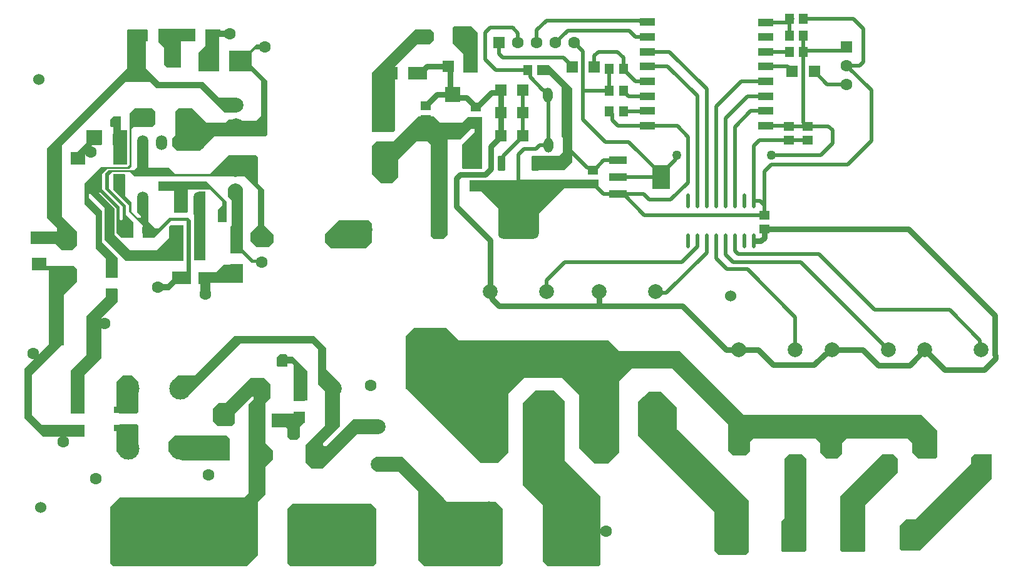
<source format=gbl>
G04*
G04 #@! TF.GenerationSoftware,Altium Limited,Altium Designer,24.1.2 (44)*
G04*
G04 Layer_Physical_Order=2*
G04 Layer_Color=16711680*
%FSLAX25Y25*%
%MOIN*%
G70*
G04*
G04 #@! TF.SameCoordinates,A00A13EA-C99A-4939-B284-DF639B961888*
G04*
G04*
G04 #@! TF.FilePolarity,Positive*
G04*
G01*
G75*
G04:AMPARAMS|DCode=10|XSize=39.37mil|YSize=78.74mil|CornerRadius=4.92mil|HoleSize=0mil|Usage=FLASHONLY|Rotation=0.000|XOffset=0mil|YOffset=0mil|HoleType=Round|Shape=RoundedRectangle|*
%AMROUNDEDRECTD10*
21,1,0.03937,0.06890,0,0,0.0*
21,1,0.02953,0.07874,0,0,0.0*
1,1,0.00984,0.01476,-0.03445*
1,1,0.00984,-0.01476,-0.03445*
1,1,0.00984,-0.01476,0.03445*
1,1,0.00984,0.01476,0.03445*
%
%ADD10ROUNDEDRECTD10*%
G04:AMPARAMS|DCode=11|XSize=216.54mil|YSize=224.41mil|CornerRadius=27.07mil|HoleSize=0mil|Usage=FLASHONLY|Rotation=0.000|XOffset=0mil|YOffset=0mil|HoleType=Round|Shape=RoundedRectangle|*
%AMROUNDEDRECTD11*
21,1,0.21654,0.17028,0,0,0.0*
21,1,0.16240,0.22441,0,0,0.0*
1,1,0.05413,0.08120,-0.08514*
1,1,0.05413,-0.08120,-0.08514*
1,1,0.05413,-0.08120,0.08514*
1,1,0.05413,0.08120,0.08514*
%
%ADD11ROUNDEDRECTD11*%
%ADD12R,0.09843X0.06693*%
G04:AMPARAMS|DCode=13|XSize=75.2mil|YSize=35.83mil|CornerRadius=4.12mil|HoleSize=0mil|Usage=FLASHONLY|Rotation=0.000|XOffset=0mil|YOffset=0mil|HoleType=Round|Shape=RoundedRectangle|*
%AMROUNDEDRECTD13*
21,1,0.07520,0.02759,0,0,0.0*
21,1,0.06696,0.03583,0,0,0.0*
1,1,0.00824,0.03348,-0.01379*
1,1,0.00824,-0.03348,-0.01379*
1,1,0.00824,-0.03348,0.01379*
1,1,0.00824,0.03348,0.01379*
%
%ADD13ROUNDEDRECTD13*%
%ADD14R,0.05906X0.06299*%
%ADD15R,0.09449X0.03937*%
%ADD16R,0.09449X0.12992*%
%ADD17R,0.07874X0.03937*%
%ADD18R,0.04724X0.05512*%
%ADD19R,0.05512X0.04724*%
%ADD20O,0.02165X0.07874*%
%ADD21R,0.06693X0.09843*%
%ADD22R,0.06299X0.05906*%
%ADD23C,0.01968*%
%ADD24C,0.03150*%
%ADD25O,0.05118X0.07874*%
%ADD26R,0.05118X0.07874*%
%ADD27O,0.05906X0.07874*%
%ADD28C,0.08268*%
%ADD29R,0.08268X0.08268*%
%ADD30C,0.05906*%
%ADD31C,0.11811*%
%ADD32O,0.12000X0.10000*%
%ADD33C,0.07874*%
%ADD34O,0.09843X0.07874*%
%ADD35C,0.06299*%
%ADD36R,0.06299X0.06299*%
%ADD37R,0.06299X0.06299*%
%ADD38O,0.13780X0.13780*%
%ADD39R,0.07874X0.07874*%
%ADD40C,0.06000*%
%ADD41C,0.05000*%
G36*
X100962Y280548D02*
X93500D01*
Y266452D01*
X86037D01*
X84379Y268110D01*
Y277231D01*
X81453Y280158D01*
Y287181D01*
X89354Y287181D01*
X100962D01*
Y280548D01*
D02*
G37*
G36*
X114425Y286063D02*
X119400D01*
Y282746D01*
X113596D01*
Y264504D01*
X102817D01*
Y274454D01*
X106453Y278090D01*
Y286650D01*
X114425D01*
Y286063D01*
D02*
G37*
G36*
X251238Y285233D02*
Y263675D01*
X243775D01*
Y273625D01*
X237971Y279429D01*
Y287721D01*
X238800Y288550D01*
X247921D01*
X251238Y285233D01*
D02*
G37*
G36*
X75454Y280258D02*
X74625D01*
Y266163D01*
X82087Y258700D01*
X105304D01*
X113594Y250410D01*
X122555D01*
Y242535D01*
X116646D01*
X103798Y255383D01*
X80429Y255383D01*
X77113Y258700D01*
X63846Y258700D01*
X30134Y224988D01*
Y207134D01*
Y187108D01*
X38142Y179100D01*
Y171638D01*
X35673Y169169D01*
X29831D01*
X26533Y172467D01*
X13267D01*
X13267Y179100D01*
X27362D01*
Y180758D01*
X21866Y186255D01*
X21866Y223252D01*
X64675Y266061D01*
Y286274D01*
X65293Y286892D01*
X75454D01*
Y280258D01*
D02*
G37*
G36*
X135154Y276113D02*
X132667D01*
X131008Y274454D01*
Y267821D01*
X139300Y259529D01*
Y230508D01*
X138471Y229679D01*
X111108D01*
X103650Y222220D01*
X91205D01*
X88721Y224704D01*
X88721Y228850D01*
X90379Y230508D01*
Y242946D01*
X92037Y244604D01*
X99500D01*
X106963Y237142D01*
X116913D01*
X118571Y238800D01*
X125204D01*
X126033Y237971D01*
X133496D01*
X135983Y240458D01*
Y259529D01*
X131008Y264504D01*
X118953D01*
Y275283D01*
X130179D01*
X133496Y278600D01*
X135154D01*
Y276113D01*
D02*
G37*
G36*
X228021Y285176D02*
Y281088D01*
X225533Y278600D01*
X218900D01*
X207292Y266992D01*
Y232996D01*
X206463Y232167D01*
X194854D01*
Y263675D01*
X218071Y286892D01*
X226305D01*
X228021Y285176D01*
D02*
G37*
G36*
X61358Y238800D02*
X61358Y234654D01*
X61358Y232996D01*
X64675D01*
Y214754D01*
X57213D01*
Y234654D01*
X56383D01*
X55554Y235483D01*
Y238800D01*
X57213Y240458D01*
X61358D01*
Y238800D01*
D02*
G37*
G36*
X51408Y225533D02*
X46553D01*
X42287Y221268D01*
Y214754D01*
X34825D01*
Y221388D01*
X38142D01*
X43117Y226363D01*
Y232996D01*
X51408D01*
Y225533D01*
D02*
G37*
G36*
X79600Y242946D02*
Y236165D01*
X78089Y234654D01*
X68154D01*
X67163Y233663D01*
Y213725D01*
X65937Y212500D01*
X54129Y212500D01*
X51408Y209779D01*
X51408Y201488D01*
X60529Y192367D01*
X60527Y192365D01*
Y185736D01*
X61358Y184904D01*
X62187Y185733D01*
Y192367D01*
X53000Y201554D01*
Y210000D01*
X54681Y211681D01*
X68235D01*
X70047Y213493D01*
Y226500D01*
X75953D01*
Y213085D01*
X86995D01*
X90301Y209779D01*
X108621D01*
X118602Y219760D01*
X133465D01*
X134325Y218900D01*
Y204804D01*
X137642Y201488D01*
Y182417D01*
X142617Y177442D01*
Y173296D01*
X140129Y170808D01*
X133496D01*
X130179Y174125D01*
Y178271D01*
X134325Y182417D01*
Y201488D01*
X127452Y208361D01*
X68581D01*
X66048Y210894D01*
X56669D01*
X55000Y209225D01*
Y202042D01*
X63846Y193196D01*
Y187913D01*
X68154Y183604D01*
Y175783D01*
X61358D01*
X58871Y178271D01*
X58871Y191538D01*
X50579Y199829D01*
X49750D01*
X58042Y191538D01*
Y177442D01*
X66483Y169000D01*
X80279D01*
X87063Y175783D01*
Y181588D01*
X87892Y182417D01*
X94547D01*
Y163346D01*
X63846D01*
X52618Y174574D01*
X52618Y191588D01*
X45234Y198973D01*
X44252D01*
Y197016D01*
X51410Y189858D01*
Y173295D01*
X59700Y165004D01*
Y154453D01*
X53350D01*
Y164787D01*
X48063Y170075D01*
Y187420D01*
X41866Y193617D01*
Y204712D01*
X50657Y213504D01*
X64709Y213437D01*
X65937Y214665D01*
X65942Y241725D01*
X68821Y244604D01*
X77942D01*
X79600Y242946D01*
D02*
G37*
G36*
X231338Y237142D02*
X242946D01*
X245944Y240139D01*
X253725D01*
Y212267D01*
X243775D01*
X242945Y213097D01*
Y225532D01*
X249579Y232167D01*
Y233825D01*
X247921D01*
X242117Y228021D01*
X235483D01*
Y177442D01*
X232996Y174954D01*
X228021D01*
X226363Y176613D01*
X226363Y225533D01*
X224704Y227192D01*
X218900D01*
X208950Y217242D01*
Y208121D01*
X205631Y204802D01*
X199831D01*
X194856Y209778D01*
Y224706D01*
X197342Y227192D01*
X206463D01*
X219729Y240458D01*
X228021D01*
X231338Y237142D01*
D02*
G37*
G36*
X301262Y255822D02*
X301656Y255428D01*
Y221274D01*
Y216026D01*
X297244Y211614D01*
X282126D01*
Y219488D01*
X294751D01*
X296537Y221274D01*
Y229148D01*
X296144Y229542D01*
Y255822D01*
X289662Y262303D01*
X283071D01*
Y267815D01*
X289268D01*
X301262Y255822D01*
D02*
G37*
G36*
X315565Y201951D02*
X297325D01*
X283957Y188583D01*
Y177903D01*
X273278D01*
X273277Y177903D01*
X262303Y177903D01*
Y191394D01*
X253150Y200547D01*
X246850D01*
Y206453D01*
X272435D01*
X272569Y206318D01*
X272926Y206676D01*
X315565D01*
Y201951D01*
D02*
G37*
G36*
X117605Y194991D02*
Y184005D01*
X112880D01*
Y190822D01*
X115254Y193196D01*
Y195156D01*
X108932Y201479D01*
X96980Y201479D01*
X96980Y189847D01*
X96183Y189050D01*
X89550D01*
Y200880D01*
X81484D01*
Y205605D01*
X106991D01*
X117605Y194991D01*
D02*
G37*
G36*
X194854Y183246D02*
Y173296D01*
X191538Y169979D01*
X173296D01*
X169979Y173296D01*
Y177442D01*
X177455Y184917D01*
X193183D01*
X194854Y183246D01*
D02*
G37*
G36*
X106358Y163850D02*
X100453D01*
Y188097D01*
X100047Y188503D01*
Y197484D01*
X103000Y200437D01*
X106358D01*
Y163850D01*
D02*
G37*
G36*
X126197Y202237D02*
Y169816D01*
X131838Y164175D01*
X134899D01*
X135169Y164445D01*
X136449Y163165D01*
Y162870D01*
X136095Y162517D01*
X131008D01*
X126033Y167492D01*
X119653D01*
Y181841D01*
X120361Y182548D01*
Y195552D01*
X118323Y197590D01*
Y202237D01*
X120629Y204543D01*
X123891D01*
X126197Y202237D01*
D02*
G37*
G36*
X63650Y197992D02*
X67163Y194479D01*
Y189879D01*
X70479Y186563D01*
X72137Y186563D01*
X72137Y187392D01*
X70047Y189482D01*
Y196500D01*
X75953Y196500D01*
Y184374D01*
X79568Y180758D01*
X81258D01*
X87063Y186563D01*
X97126D01*
X98583Y185106D01*
Y150908D01*
X90379D01*
X87063Y147592D01*
X82917D01*
Y150908D01*
X85908D01*
X88721Y153721D01*
Y157650D01*
X96417D01*
Y184904D01*
X87892D01*
X78880Y175893D01*
X72941D01*
Y182442D01*
X65504Y189879D01*
X65504Y193196D01*
X57350Y201350D01*
Y209547D01*
X63650D01*
Y197992D01*
D02*
G37*
G36*
X126347Y151705D02*
X108953D01*
Y145843D01*
X103646D01*
Y150908D01*
X102817D01*
Y157542D01*
X111938D01*
X115943Y161547D01*
X126347D01*
Y151705D01*
D02*
G37*
G36*
X150079Y112767D02*
Y112352D01*
X152981D01*
X160547Y104786D01*
Y88953D01*
X153396D01*
Y107792D01*
X152567Y108621D01*
X150079D01*
Y106963D01*
X145104D01*
X144275Y107792D01*
Y111938D01*
X145933Y113596D01*
X149250D01*
X150079Y112767D01*
D02*
G37*
G36*
X70703Y98946D02*
Y83140D01*
X69650Y82087D01*
X60529D01*
X58892Y83725D01*
Y98946D01*
X62351Y102406D01*
X67244D01*
X70703Y98946D01*
D02*
G37*
G36*
X59700Y141788D02*
X51134Y133221D01*
Y111906D01*
X42130Y102902D01*
Y82087D01*
X34610D01*
Y105028D01*
X42933Y113350D01*
Y134142D01*
X53350Y144559D01*
Y148421D01*
X59700D01*
Y141788D01*
D02*
G37*
G36*
X21558Y160858D02*
X36483D01*
X38122Y159220D01*
X38122Y152547D01*
X31134Y145559D01*
Y119855D01*
X14096Y102817D01*
Y81258D01*
X19272Y76083D01*
X42130D01*
Y69650D01*
X19900D01*
X9972Y79578D01*
Y106156D01*
X13267Y109450D01*
X22866Y119050D01*
Y158371D01*
X14096D01*
Y165004D01*
X21558D01*
Y160858D01*
D02*
G37*
G36*
X159200Y77700D02*
X156713Y75213D01*
Y69650D01*
X155054Y67992D01*
X151738D01*
X150079Y69650D01*
Y73796D01*
X149250Y74625D01*
X141788D01*
Y82087D01*
X159200D01*
Y77700D01*
D02*
G37*
G36*
X70703Y75797D02*
Y62054D01*
X67244Y58595D01*
X62351D01*
X58871Y62075D01*
Y74625D01*
X60529Y76283D01*
X69650D01*
X70703Y75797D01*
D02*
G37*
G36*
X241288Y121058D02*
X320888D01*
X326692Y115254D01*
X359029D01*
X393025Y81258D01*
X487550D01*
X495842Y72967D01*
Y58871D01*
X495013Y58042D01*
X485892D01*
X482575Y61358D01*
Y66333D01*
X480088Y68821D01*
X447750D01*
X446092Y67163D01*
X445263Y66333D01*
Y60529D01*
X442775Y58042D01*
X436971D01*
X433654Y61358D01*
X433654Y66333D01*
X431167Y68821D01*
X398000Y68821D01*
X396342Y67163D01*
Y62187D01*
X393854Y59700D01*
X387221D01*
X384734Y62187D01*
Y76283D01*
X354884Y106133D01*
X333325D01*
X326692Y99500D01*
X326705Y99487D01*
Y61371D01*
X320888Y55554D01*
X313425D01*
X305346Y63633D01*
Y92102D01*
X296290Y101158D01*
X276113D01*
X267821Y92867D01*
Y61358D01*
X262049Y55587D01*
X252864D01*
X213096Y95354D01*
Y123546D01*
X217242Y127692D01*
X234654D01*
X241288Y121058D01*
D02*
G37*
G36*
X119437Y68784D02*
Y57063D01*
X94032Y57063D01*
X92500Y58595D01*
X90054D01*
X86594Y62054D01*
Y66946D01*
X90054Y70406D01*
X117815D01*
X119437Y68784D01*
D02*
G37*
G36*
X170808Y116913D02*
Y105700D01*
X178118Y98390D01*
Y75302D01*
X169150Y66334D01*
Y65031D01*
X169547Y64634D01*
X170767D01*
X185070Y78937D01*
X198500D01*
Y71063D01*
X187146D01*
X168821Y52737D01*
X163068Y52737D01*
X159609Y56197D01*
Y65202D01*
X169979Y75573D01*
Y94028D01*
X166453Y97555D01*
Y116293D01*
X163246Y119500D01*
X125352D01*
X96446Y90595D01*
X90054D01*
X90054Y100723D01*
X91736Y102406D01*
X100747D01*
X121888Y123546D01*
X164175D01*
X170808Y116913D01*
D02*
G37*
G36*
X140958Y97842D02*
Y90379D01*
X138471Y87892D01*
Y66381D01*
X142405Y62446D01*
Y57554D01*
X138471Y53619D01*
Y38971D01*
X134325Y34825D01*
Y6633D01*
X128521Y829D01*
X57213D01*
X55554Y2488D01*
Y32337D01*
X60529Y37312D01*
X126863Y37312D01*
X129350Y39800D01*
Y87063D01*
X131838Y89550D01*
Y91208D01*
X131008D01*
X121888Y82087D01*
Y80612D01*
Y77113D01*
X120229Y75454D01*
X112767D01*
X110279Y77942D01*
Y84575D01*
X113596Y87892D01*
X116913D01*
X130179Y101158D01*
X137642D01*
X140958Y97842D01*
D02*
G37*
G36*
X524863Y47262D02*
X486721Y9121D01*
X476771D01*
X475942Y9950D01*
Y22388D01*
X479258Y25704D01*
X484234D01*
X514084Y55554D01*
Y58871D01*
X514084D01*
X515742Y60529D01*
X524863D01*
Y47262D01*
D02*
G37*
G36*
X475113Y58042D02*
Y50579D01*
X457700Y33167D01*
Y9121D01*
X456871Y8292D01*
X445263D01*
X444433Y9121D01*
Y38142D01*
X466821Y60529D01*
X472625D01*
X475113Y58042D01*
D02*
G37*
G36*
X426192D02*
Y9121D01*
X425363Y8292D01*
X413754D01*
X412925Y9121D01*
Y24583D01*
X414894Y26551D01*
X414583Y26861D01*
Y58042D01*
X417071Y60529D01*
X423704D01*
X426192Y58042D01*
D02*
G37*
G36*
X357371Y85404D02*
Y73796D01*
X395513Y35654D01*
Y8292D01*
X393854Y6633D01*
X379759D01*
X377271Y9121D01*
Y29850D01*
X336642Y70479D01*
Y88410D01*
X342683Y93696D01*
X349079Y93696D01*
X357371Y85404D01*
D02*
G37*
G36*
X297671Y88721D02*
X297671Y57213D01*
X316742Y38142D01*
Y1658D01*
X315913Y829D01*
X288550D01*
X286063Y3317D01*
Y33167D01*
X275283Y43946D01*
Y87892D01*
X281917Y94525D01*
X291867D01*
X297671Y88721D01*
D02*
G37*
G36*
X233825Y36483D02*
X235127Y35181D01*
X260831D01*
X264504Y31508D01*
Y2488D01*
X262846Y829D01*
X223046D01*
X219729Y4146D01*
Y40629D01*
X209295Y51063D01*
X197000D01*
Y58937D01*
X211371D01*
X233825Y36483D01*
D02*
G37*
G36*
X197302Y31446D02*
Y2425D01*
X195644Y766D01*
X151698D01*
X150040Y2425D01*
Y31446D01*
X152527Y33933D01*
X194815D01*
X197302Y31446D01*
D02*
G37*
D10*
X264134Y215551D02*
D03*
X282126Y215551D02*
D03*
D11*
X273130Y186417D02*
D03*
D12*
X203626Y263500D02*
D03*
X219374D02*
D03*
X108126Y270000D02*
D03*
X123874D02*
D03*
D13*
X61205Y74291D02*
D03*
Y83937D02*
D03*
X38370D02*
D03*
Y74291D02*
D03*
D14*
X301575Y266831D02*
D03*
X313386D02*
D03*
X430610Y264469D02*
D03*
X418799D02*
D03*
X145905Y78500D02*
D03*
X134095D02*
D03*
X103405Y167000D02*
D03*
X91594D02*
D03*
X103405Y178500D02*
D03*
X91594D02*
D03*
X38906Y218500D02*
D03*
X27095D02*
D03*
X59905Y228000D02*
D03*
X48094D02*
D03*
X106000Y154500D02*
D03*
X94189D02*
D03*
X169405Y101000D02*
D03*
X157595D02*
D03*
X72594Y283500D02*
D03*
X84405D02*
D03*
X97594D02*
D03*
X109406D02*
D03*
X247406Y267000D02*
D03*
X235595D02*
D03*
X275406Y230000D02*
D03*
X263595D02*
D03*
X275406Y242250D02*
D03*
X263595D02*
D03*
X275406Y254500D02*
D03*
X263595D02*
D03*
D15*
X326083Y198917D02*
D03*
Y207972D02*
D03*
Y217028D02*
D03*
D16*
X348917Y207972D02*
D03*
D17*
X404675Y243363D02*
D03*
Y251198D02*
D03*
Y259111D02*
D03*
Y267143D02*
D03*
Y274899D02*
D03*
Y282773D02*
D03*
Y290529D02*
D03*
X341683Y290647D02*
D03*
Y282851D02*
D03*
Y274899D02*
D03*
Y267103D02*
D03*
Y258993D02*
D03*
Y251040D02*
D03*
Y243324D02*
D03*
Y235292D02*
D03*
X404675Y235450D02*
D03*
D18*
X417306Y283324D02*
D03*
X424786D02*
D03*
X417316Y292309D02*
D03*
X424796D02*
D03*
X417217Y274859D02*
D03*
X424698D02*
D03*
X328954Y254078D02*
D03*
X321474D02*
D03*
X328954Y243153D02*
D03*
X321474D02*
D03*
X328954Y265791D02*
D03*
X321474D02*
D03*
X122723Y186761D02*
D03*
X115243D02*
D03*
X285433Y265059D02*
D03*
X277953D02*
D03*
D19*
X416844Y227739D02*
D03*
Y235219D02*
D03*
X427080Y227640D02*
D03*
Y235121D02*
D03*
X312809Y204313D02*
D03*
Y211794D02*
D03*
X84239Y203242D02*
D03*
Y210723D02*
D03*
X403924Y180332D02*
D03*
Y187813D02*
D03*
X250487Y245257D02*
D03*
Y237777D02*
D03*
X223739Y246223D02*
D03*
Y238742D02*
D03*
D20*
X363307Y195276D02*
D03*
X368307D02*
D03*
X373307D02*
D03*
X378307D02*
D03*
X383307D02*
D03*
X388307D02*
D03*
X393307D02*
D03*
X398307D02*
D03*
X363307Y174016D02*
D03*
X368307D02*
D03*
X373307D02*
D03*
X378307D02*
D03*
X383307D02*
D03*
X388307D02*
D03*
X393307D02*
D03*
X398307D02*
D03*
D21*
X123000Y172374D02*
D03*
Y156626D02*
D03*
D22*
X56500Y157405D02*
D03*
Y145595D02*
D03*
X156500Y91905D02*
D03*
Y80094D02*
D03*
X60500Y206594D02*
D03*
Y218406D02*
D03*
X250000Y203500D02*
D03*
Y215311D02*
D03*
D23*
X404035Y187924D02*
Y211052D01*
X297210Y253378D02*
Y256629D01*
Y253378D02*
X298900Y251688D01*
X286811Y263287D02*
X290551D01*
X297210Y256629D01*
X282776Y279724D02*
Y286319D01*
X287894Y291437D02*
X337476D01*
X282776Y286319D02*
X287894Y291437D01*
X337872Y291040D02*
X341289D01*
X341683Y290647D01*
X337476Y291437D02*
X337872Y291040D01*
X424796Y292309D02*
X451194D01*
X456533Y269451D02*
Y286971D01*
X451194Y292309D02*
X456533Y286971D01*
X307480Y238878D02*
Y254528D01*
Y238878D02*
X319488Y226870D01*
X331791D02*
X348917Y209744D01*
X319488Y226870D02*
X331791D01*
X424742Y274903D02*
X425091Y275253D01*
X424742Y274903D02*
Y283279D01*
X424786Y283324D01*
X424698Y274859D02*
X424742Y274903D01*
X415929Y290529D02*
X417311Y291911D01*
Y292304D01*
Y283329D02*
Y291911D01*
Y292304D02*
X417316Y292309D01*
X417306Y283324D02*
X417311Y283329D01*
X404675Y290529D02*
X415929D01*
X417266Y283284D02*
X417306Y283324D01*
X418880Y292309D02*
X418885Y292315D01*
X346000Y147000D02*
X346677Y146323D01*
X351737D01*
X373307Y167894D01*
X328839Y198917D02*
X339764D01*
X326083D02*
X328839D01*
X357523Y235292D02*
X363287Y229528D01*
X341683Y235292D02*
X357523D01*
X363287Y205217D02*
Y229528D01*
X354035Y195965D02*
X363287Y205217D01*
X342717Y195965D02*
X354035D01*
X339764Y198917D02*
X342717Y195965D01*
X265118Y216535D02*
Y219516D01*
X275406Y229803D02*
Y230000D01*
X265118Y219516D02*
X275406Y229803D01*
X264134Y215551D02*
X265118Y216535D01*
X299096Y216704D02*
Y223833D01*
X309758Y213172D02*
X311431D01*
X299096Y223833D02*
Y225211D01*
Y223833D02*
X309758Y213172D01*
X311431D02*
X312809Y211794D01*
X315647Y274899D02*
X325787D01*
X328954Y265397D02*
Y271732D01*
X325787Y274899D02*
X328954Y271732D01*
X313386Y272638D02*
X315647Y274899D01*
X313386Y266831D02*
Y272638D01*
X307480Y254528D02*
Y275020D01*
Y254528D02*
X307930Y254078D01*
X321474D01*
X302776Y279724D02*
X307480Y275020D01*
X257972Y287697D02*
X269980D01*
X272776Y279724D02*
Y284902D01*
X269980Y287697D02*
X272776Y284902D01*
X255315Y285039D02*
X257972Y287697D01*
X255315Y270669D02*
Y285039D01*
Y270669D02*
X260925Y265059D01*
X277953D01*
X296850Y271752D02*
X301575Y267028D01*
X262776Y273740D02*
X264764Y271752D01*
X296850D01*
X301575Y266831D02*
Y267028D01*
X262776Y273740D02*
Y279724D01*
X328954Y265397D02*
X335358Y258993D01*
X285433Y264665D02*
X286811Y263287D01*
X285433Y264665D02*
Y265059D01*
X298900Y225408D02*
Y251688D01*
Y225408D02*
X299096Y225211D01*
X288703Y251885D02*
Y252410D01*
X286085Y254503D02*
X286611D01*
X279331Y261257D02*
X286085Y254503D01*
X277953Y265059D02*
X279331Y263681D01*
X286611Y254503D02*
X288703Y252410D01*
X279331Y261257D02*
Y263681D01*
X288900Y225408D02*
Y251688D01*
Y225408D02*
X289096Y225211D01*
X288703Y251885D02*
X288900Y251688D01*
X282185Y222933D02*
X284463Y225211D01*
X273130Y186811D02*
Y219984D01*
Y186417D02*
Y186811D01*
X276079Y222933D02*
X282185D01*
X273130Y219984D02*
X276079Y222933D01*
X290632Y204313D02*
X312809D01*
X273130Y186811D02*
X290632Y204313D01*
X284463Y225211D02*
X289096D01*
X297943Y215551D02*
X299096Y216704D01*
X282126Y215551D02*
X297943D01*
X256441Y203500D02*
X273130Y186811D01*
X250000Y203500D02*
X256441D01*
X299272Y286221D02*
X332087D01*
X292776Y279724D02*
X299272Y286221D01*
X332087D02*
X335456Y282851D01*
X341683D01*
X454641Y267559D02*
X456533Y269451D01*
X407748Y214764D02*
X448228D01*
X407677Y219882D02*
X434154D01*
X373307Y195276D02*
Y254941D01*
X353349Y274899D02*
X373307Y254941D01*
X322852Y238369D02*
Y241775D01*
X321474Y243153D02*
X322852Y241775D01*
Y238369D02*
X325928Y235292D01*
X448228Y214764D02*
X460925Y227461D01*
X404035Y211052D02*
X407748Y214764D01*
X403924Y187813D02*
X404035Y187924D01*
X460925Y227461D02*
Y254468D01*
X447835Y267559D02*
X460925Y254468D01*
X440256Y225984D02*
Y232972D01*
X438059Y235170D02*
X440256Y232972D01*
X426637Y235170D02*
X438059D01*
X424698Y237109D02*
X426637Y235170D01*
X424698Y237109D02*
Y274859D01*
X434154Y219882D02*
X440256Y225984D01*
X378307Y245630D02*
X391788Y259111D01*
X383307Y239508D02*
X394997Y251198D01*
X404675D01*
X378307Y195276D02*
Y245630D01*
X396808Y243363D02*
X404675D01*
X368307Y195276D02*
Y251279D01*
X398307Y195276D02*
Y224587D01*
X401459Y227739D01*
X388307Y195276D02*
Y234862D01*
X383307Y195276D02*
Y239508D01*
X401459Y227739D02*
X416844D01*
X391788Y259111D02*
X404675D01*
X388307Y234862D02*
X396808Y243363D01*
X352483Y267103D02*
X368307Y251279D01*
X348917Y209744D02*
X356703Y217530D01*
Y219105D01*
X348917Y207972D02*
Y209744D01*
X356703Y219105D02*
X357283Y219685D01*
X326083Y207972D02*
X348917D01*
X401673Y195276D02*
X403924Y193025D01*
X398307Y195276D02*
X401673D01*
X328839Y198917D02*
X339943Y187813D01*
X403924D01*
X447835Y267559D02*
X454641D01*
X445528Y275253D02*
X447835Y277559D01*
X425091Y275253D02*
X445528D01*
X430610Y264272D02*
X437323Y257559D01*
X447835D01*
X430610Y264272D02*
Y264469D01*
X404695Y274879D02*
X417198D01*
X404675Y274899D02*
X404695Y274879D01*
X417198D02*
X417217Y274859D01*
X416634Y266634D02*
X416831D01*
X404675Y267143D02*
X416125D01*
X418799Y264469D02*
Y264665D01*
X416831Y266634D02*
X418799Y264665D01*
X416125Y267143D02*
X416634Y266634D01*
X389862Y167028D02*
X433071D01*
X388307Y168583D02*
Y174016D01*
Y168583D02*
X389862Y167028D01*
X387303Y162795D02*
X423205D01*
X383307Y166791D02*
Y174016D01*
Y166791D02*
X387303Y162795D01*
X433071Y167028D02*
X462795Y137303D01*
X423205Y162795D02*
X470000Y116000D01*
X378307Y164902D02*
X384154Y159055D01*
X394980D02*
X420500Y133535D01*
X384154Y159055D02*
X394980D01*
X378307Y164902D02*
Y174016D01*
X420500Y116000D02*
Y133535D01*
X373307Y167894D02*
Y174016D01*
X297736Y162894D02*
X360039D01*
X368307Y171161D02*
Y174016D01*
X360039Y162894D02*
X368307Y171161D01*
X288000Y153157D02*
X297736Y162894D01*
X518778Y116722D02*
X519500Y116000D01*
X502559Y137303D02*
X518778Y121084D01*
Y116722D02*
Y121084D01*
X462795Y137303D02*
X502559D01*
X288000Y147000D02*
Y153157D01*
X341683Y267103D02*
X352483D01*
X416893Y235170D02*
X426637D01*
X341683Y274899D02*
X353349D01*
X416844Y235219D02*
X416893Y235170D01*
X404790Y235334D02*
X416729D01*
X404675Y235450D02*
X404790Y235334D01*
X416729D02*
X416844Y235219D01*
X416893Y227689D02*
X427031D01*
X427080Y227640D01*
X416844Y227739D02*
X416893Y227689D01*
X335358Y258993D02*
X341683D01*
X328954Y253684D02*
X331598Y251040D01*
X341683D01*
X328954Y253684D02*
Y254078D01*
X329040Y243238D02*
X341597D01*
X328954Y243153D02*
X329040Y243238D01*
X341597D02*
X341683Y243324D01*
X325928Y235292D02*
X341683D01*
X321474Y254078D02*
Y265397D01*
X312809Y211794D02*
X313202D01*
X314580Y213172D02*
Y213202D01*
X318406Y217028D02*
X326083D01*
X314580Y213202D02*
X318406Y217028D01*
X313202Y211794D02*
X314580Y213172D01*
Y202743D02*
Y202935D01*
X312809Y204313D02*
X313202D01*
X318406Y198917D02*
X326083D01*
X314580Y202743D02*
X318406Y198917D01*
X313202Y204313D02*
X314580Y202935D01*
X275406Y230000D02*
Y242250D01*
Y254500D01*
D24*
X390500Y116000D02*
X400661D01*
X383535D02*
X390500D01*
X440000D02*
X456468D01*
X438722D02*
X440000D01*
X480691Y180332D02*
X526673Y134350D01*
X403924Y180332D02*
X480691D01*
X526673Y113287D02*
X527039Y112922D01*
X521161Y105413D02*
X527039Y111291D01*
Y112922D01*
X526673Y113287D02*
Y134350D01*
X500087Y105413D02*
X521161D01*
X489500Y116000D02*
X500087Y105413D01*
X402165Y174016D02*
X403924Y175774D01*
X399007Y174016D02*
X402165D01*
X403924Y175774D02*
Y180332D01*
X255173Y209405D02*
X258268Y212500D01*
Y224476D01*
X239961Y192421D02*
Y207382D01*
Y192421D02*
X258114Y174268D01*
Y147114D02*
Y174268D01*
X239961Y207382D02*
X241984Y209405D01*
X255173D01*
X258268Y224476D02*
X263595Y229803D01*
Y230000D01*
Y242250D02*
Y254303D01*
X250880Y245257D02*
X258548Y252925D01*
X262216D02*
X263595Y254303D01*
X250487Y245257D02*
X250880D01*
X258548Y252925D02*
X262216D01*
X263595Y254303D02*
Y254500D01*
Y230000D02*
Y242250D01*
X220949Y263500D02*
X224449Y267000D01*
X235595D01*
X219374Y263500D02*
X220949D01*
X236797Y253203D02*
Y265797D01*
X235595Y267000D02*
X236797Y265797D01*
Y253203D02*
X238000Y252000D01*
X250093Y245257D02*
X250487D01*
X239501Y250499D02*
X245245D01*
X249306Y246045D02*
Y246439D01*
X245245Y250499D02*
X249306Y246439D01*
Y246045D02*
X250093Y245257D01*
X238000Y252000D02*
X239501Y250499D01*
X224921Y247404D02*
X229517Y252000D01*
X224921Y247010D02*
Y247404D01*
X224133Y246223D02*
X224921Y247010D01*
X229517Y252000D02*
X238000D01*
X223739Y246223D02*
X224133D01*
X436192Y113858D02*
X436579D01*
X408622Y108039D02*
X430374D01*
X436579Y113858D02*
X438722Y116000D01*
X430374Y108039D02*
X436192Y113858D01*
X360197Y139339D02*
X383535Y116000D01*
X258000Y147000D02*
X258114Y147114D01*
X258904Y143092D02*
Y146096D01*
X262657Y139339D02*
X316299D01*
X258000Y147000D02*
X258904Y146096D01*
Y143092D02*
X262657Y139339D01*
X316299D02*
X360197D01*
X316000Y139638D02*
Y147000D01*
Y139638D02*
X316299Y139339D01*
X400661Y116000D02*
X408622Y108039D01*
X456468Y116000D02*
X464724Y107744D01*
X481244D01*
X489500Y116000D01*
D25*
X288703Y251885D02*
D03*
X289096Y225211D02*
D03*
X75500Y179830D02*
D03*
D26*
X298703Y251885D02*
D03*
X299096Y225211D02*
D03*
X65500Y179830D02*
D03*
D27*
X93000Y196500D02*
D03*
X73000D02*
D03*
X103000D02*
D03*
X73000Y226500D02*
D03*
X93000D02*
D03*
X103000D02*
D03*
X83000D02*
D03*
D28*
X238000Y232000D02*
D03*
D29*
Y252000D02*
D03*
D30*
X89677Y269612D02*
D03*
X69747D02*
D03*
X223069Y283000D02*
D03*
X243000D02*
D03*
X136000Y176000D02*
D03*
X175862D02*
D03*
X74934Y240060D02*
D03*
X94864D02*
D03*
X192500Y180000D02*
D03*
X232362D02*
D03*
D31*
X65297Y63500D02*
D03*
Y95500D02*
D03*
X93000Y63500D02*
D03*
Y95500D02*
D03*
X165514Y58643D02*
D03*
X135500Y59000D02*
D03*
D32*
X229516Y118011D02*
D03*
Y11614D02*
D03*
D33*
X440000Y116000D02*
D03*
X470000D02*
D03*
X489500D02*
D03*
X519500D02*
D03*
X175165Y95500D02*
D03*
X135500D02*
D03*
X32991Y175722D02*
D03*
X33000Y155500D02*
D03*
X115491Y81222D02*
D03*
X115500Y61000D02*
D03*
X201689Y220783D02*
D03*
X201492Y236630D02*
D03*
X122260Y200606D02*
D03*
Y212221D02*
D03*
X122555Y235449D02*
D03*
Y246472D02*
D03*
X258000Y147000D02*
D03*
X288000D02*
D03*
X198500Y75000D02*
D03*
Y55000D02*
D03*
X47000Y122500D02*
D03*
X46000Y203000D02*
D03*
X420500Y116000D02*
D03*
X390500D02*
D03*
X346000Y147000D02*
D03*
X316000D02*
D03*
D34*
X470000Y56000D02*
D03*
X440000Y66000D02*
D03*
X519499Y56000D02*
D03*
X489500Y66000D02*
D03*
X288000Y87000D02*
D03*
X258000Y97000D02*
D03*
X390500Y66000D02*
D03*
X420500Y56000D02*
D03*
X316000Y97000D02*
D03*
X346000Y87000D02*
D03*
D35*
X447835Y257559D02*
D03*
Y267559D02*
D03*
X282776Y279724D02*
D03*
X272776D02*
D03*
X292776D02*
D03*
X302776D02*
D03*
X48000Y47500D02*
D03*
X30774Y66907D02*
D03*
X14542Y114184D02*
D03*
X52591Y130193D02*
D03*
X108000Y49500D02*
D03*
X194500Y97000D02*
D03*
X106299Y145843D02*
D03*
X81000Y149500D02*
D03*
X136449Y162870D02*
D03*
X45500Y221500D02*
D03*
X119400Y284404D02*
D03*
X138122Y277437D02*
D03*
X381724Y26158D02*
D03*
X421390Y35409D02*
D03*
X450721Y29209D02*
D03*
X319520Y19268D02*
D03*
D36*
X447835Y277559D02*
D03*
D37*
X262776Y279724D02*
D03*
D38*
X257500Y9000D02*
D03*
Y28291D02*
D03*
X123000Y27500D02*
D03*
Y8209D02*
D03*
D39*
X27000Y122500D02*
D03*
X26000Y203000D02*
D03*
D40*
X385922Y144666D02*
D03*
X17706Y260168D02*
D03*
X18706Y32168D02*
D03*
D41*
X407677Y219882D02*
D03*
X357283Y219685D02*
D03*
M02*

</source>
